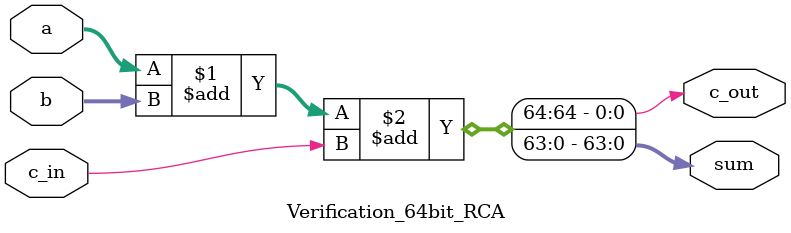
<source format=v>
`timescale 1ns / 1ps


module Verification_64bit_RCA(c_out, sum, a, b, c_in);
    
    input [63:0] a, b;
    input c_in;
    output c_out;
    output [63:0] sum;
    
    assign {c_out, sum} = a + b + c_in;
    
endmodule

</source>
